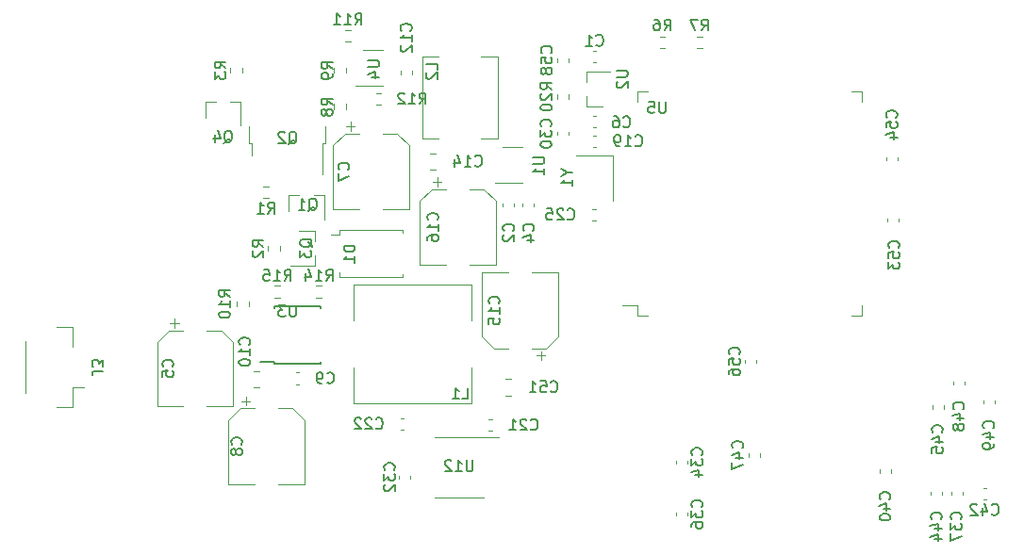
<source format=gbr>
%TF.GenerationSoftware,KiCad,Pcbnew,(5.1.10)-1*%
%TF.CreationDate,2021-12-06T13:08:08+08:00*%
%TF.ProjectId,project,70726f6a-6563-4742-9e6b-696361645f70,1.0.1*%
%TF.SameCoordinates,Original*%
%TF.FileFunction,Legend,Bot*%
%TF.FilePolarity,Positive*%
%FSLAX46Y46*%
G04 Gerber Fmt 4.6, Leading zero omitted, Abs format (unit mm)*
G04 Created by KiCad (PCBNEW (5.1.10)-1) date 2021-12-06 13:08:08*
%MOMM*%
%LPD*%
G01*
G04 APERTURE LIST*
%ADD10C,0.120000*%
%ADD11C,0.150000*%
G04 APERTURE END LIST*
D10*
%TO.C,C58*%
X153090000Y-74565580D02*
X153090000Y-74284420D01*
X154110000Y-74565580D02*
X154110000Y-74284420D01*
%TO.C,C56*%
X171010000Y-101334420D02*
X171010000Y-101615580D01*
X169990000Y-101334420D02*
X169990000Y-101615580D01*
%TO.C,C54*%
X182690000Y-83415580D02*
X182690000Y-83134420D01*
X183710000Y-83415580D02*
X183710000Y-83134420D01*
%TO.C,C53*%
X182790000Y-88915580D02*
X182790000Y-88634420D01*
X183810000Y-88915580D02*
X183810000Y-88634420D01*
%TO.C,C51*%
X148438748Y-103065000D02*
X148961252Y-103065000D01*
X148438748Y-104535000D02*
X148961252Y-104535000D01*
%TO.C,Y1*%
X158150000Y-83000000D02*
X158150000Y-87000000D01*
X154850000Y-83000000D02*
X158150000Y-83000000D01*
%TO.C,U12*%
X144300000Y-108265000D02*
X147900000Y-108265000D01*
X144300000Y-108265000D02*
X142100000Y-108265000D01*
X144300000Y-113735000D02*
X146500000Y-113735000D01*
X144300000Y-113735000D02*
X142100000Y-113735000D01*
%TO.C,U5*%
X160290000Y-96460000D02*
X159000000Y-96460000D01*
X160290000Y-97410000D02*
X160290000Y-96460000D01*
X161240000Y-97410000D02*
X160290000Y-97410000D01*
X180510000Y-97410000D02*
X180510000Y-96460000D01*
X179560000Y-97410000D02*
X180510000Y-97410000D01*
X160290000Y-77190000D02*
X160290000Y-78140000D01*
X161240000Y-77190000D02*
X160290000Y-77190000D01*
X180510000Y-77190000D02*
X180510000Y-78140000D01*
X179560000Y-77190000D02*
X180510000Y-77190000D01*
%TO.C,U4*%
X137500000Y-76740000D02*
X135050000Y-76740000D01*
X135700000Y-73520000D02*
X137500000Y-73520000D01*
D11*
%TO.C,U3*%
X127725000Y-101475000D02*
X126425000Y-101475000D01*
X127725000Y-96525000D02*
X131875000Y-96525000D01*
X127725000Y-101675000D02*
X131875000Y-101675000D01*
X127725000Y-96525000D02*
X127725000Y-96725000D01*
X131875000Y-96525000D02*
X131875000Y-96725000D01*
X131875000Y-101675000D02*
X131875000Y-101475000D01*
X127725000Y-101675000D02*
X127725000Y-101475000D01*
D10*
%TO.C,U2*%
X155740000Y-78580000D02*
X157200000Y-78580000D01*
X155740000Y-75420000D02*
X157900000Y-75420000D01*
X155740000Y-75420000D02*
X155740000Y-76350000D01*
X155740000Y-78580000D02*
X155740000Y-77650000D01*
%TO.C,U1*%
X150000000Y-85460000D02*
X147550000Y-85460000D01*
X148200000Y-82240000D02*
X150000000Y-82240000D01*
%TO.C,R20*%
X154134833Y-77453142D02*
X154134833Y-77927658D01*
X153089833Y-77453142D02*
X153089833Y-77927658D01*
%TO.C,R15*%
X128212258Y-95722500D02*
X127737742Y-95722500D01*
X128212258Y-94677500D02*
X127737742Y-94677500D01*
%TO.C,R14*%
X131962258Y-95722500D02*
X131487742Y-95722500D01*
X131962258Y-94677500D02*
X131487742Y-94677500D01*
%TO.C,R12*%
X136837742Y-77377500D02*
X137312258Y-77377500D01*
X136837742Y-78422500D02*
X137312258Y-78422500D01*
%TO.C,R11*%
X134562258Y-72722500D02*
X134087742Y-72722500D01*
X134562258Y-71677500D02*
X134087742Y-71677500D01*
%TO.C,R10*%
X124377500Y-96537258D02*
X124377500Y-96062742D01*
X125422500Y-96537258D02*
X125422500Y-96062742D01*
%TO.C,R9*%
X133077500Y-75562258D02*
X133077500Y-75087742D01*
X134122500Y-75562258D02*
X134122500Y-75087742D01*
%TO.C,R8*%
X133077500Y-78812258D02*
X133077500Y-78337742D01*
X134122500Y-78812258D02*
X134122500Y-78337742D01*
%TO.C,R7*%
X165662742Y-72277500D02*
X166137258Y-72277500D01*
X165662742Y-73322500D02*
X166137258Y-73322500D01*
%TO.C,R6*%
X162337742Y-72277500D02*
X162812258Y-72277500D01*
X162337742Y-73322500D02*
X162812258Y-73322500D01*
%TO.C,R3*%
X123777500Y-75537258D02*
X123777500Y-75062742D01*
X124822500Y-75537258D02*
X124822500Y-75062742D01*
%TO.C,R2*%
X127177500Y-91562258D02*
X127177500Y-91087742D01*
X128222500Y-91562258D02*
X128222500Y-91087742D01*
%TO.C,R1*%
X126737742Y-85777500D02*
X127212258Y-85777500D01*
X126737742Y-86822500D02*
X127212258Y-86822500D01*
%TO.C,Q4*%
X121520000Y-78140000D02*
X121520000Y-79600000D01*
X124680000Y-78140000D02*
X124680000Y-80300000D01*
X124680000Y-78140000D02*
X123750000Y-78140000D01*
X121520000Y-78140000D02*
X122450000Y-78140000D01*
%TO.C,Q3*%
X131360000Y-89720000D02*
X129900000Y-89720000D01*
X131360000Y-92880000D02*
X129200000Y-92880000D01*
X131360000Y-92880000D02*
X131360000Y-91950000D01*
X131360000Y-89720000D02*
X131360000Y-90650000D01*
%TO.C,Q2*%
X125695000Y-81845000D02*
X125695000Y-82945000D01*
X125425000Y-81845000D02*
X125695000Y-81845000D01*
X125425000Y-80345000D02*
X125425000Y-81845000D01*
X132055000Y-81845000D02*
X132055000Y-84675000D01*
X132325000Y-81845000D02*
X132055000Y-81845000D01*
X132325000Y-80345000D02*
X132325000Y-81845000D01*
%TO.C,Q1*%
X129020000Y-86540000D02*
X129020000Y-88000000D01*
X132180000Y-86540000D02*
X132180000Y-88700000D01*
X132180000Y-86540000D02*
X131250000Y-86540000D01*
X129020000Y-86540000D02*
X129950000Y-86540000D01*
%TO.C,L2*%
X141000000Y-81475000D02*
X142500000Y-81475000D01*
X141000000Y-74075000D02*
X142500000Y-74075000D01*
X141000000Y-81475000D02*
X141000000Y-74075000D01*
X147800000Y-74075000D02*
X146300000Y-74075000D01*
X147800000Y-81475000D02*
X146300000Y-81475000D01*
X147800000Y-74075000D02*
X147800000Y-81475000D01*
%TO.C,L1*%
X145400000Y-105200000D02*
X145400000Y-102000000D01*
X134800000Y-105200000D02*
X145400000Y-105200000D01*
X134800000Y-102000000D02*
X134800000Y-105200000D01*
X134800000Y-94600000D02*
X134800000Y-97800000D01*
X145400000Y-94600000D02*
X134800000Y-94600000D01*
X145400000Y-97800000D02*
X145400000Y-94600000D01*
%TO.C,J3*%
X105340000Y-104340000D02*
X105340000Y-99660000D01*
X109610000Y-98390000D02*
X109610000Y-100190000D01*
X108160000Y-98390000D02*
X109610000Y-98390000D01*
X109610000Y-103810000D02*
X110600000Y-103810000D01*
X109610000Y-105610000D02*
X109610000Y-103810000D01*
X108160000Y-105610000D02*
X109610000Y-105610000D01*
%TO.C,D1*%
X139210000Y-89950000D02*
X139210000Y-89690000D01*
X139210000Y-93910000D02*
X139210000Y-93650000D01*
X133590000Y-90100000D02*
X132800000Y-90100000D01*
X139210000Y-93910000D02*
X133590000Y-93910000D01*
X133590000Y-89690000D02*
X139210000Y-89690000D01*
X133590000Y-90100000D02*
X133590000Y-89690000D01*
X133590000Y-93910000D02*
X133590000Y-93500000D01*
%TO.C,C49*%
X192410000Y-104959420D02*
X192410000Y-105240580D01*
X191390000Y-104959420D02*
X191390000Y-105240580D01*
%TO.C,C48*%
X188690000Y-103540580D02*
X188690000Y-103259420D01*
X189710000Y-103540580D02*
X189710000Y-103259420D01*
%TO.C,C47*%
X171310000Y-109759420D02*
X171310000Y-110040580D01*
X170290000Y-109759420D02*
X170290000Y-110040580D01*
%TO.C,C45*%
X186790000Y-105715580D02*
X186790000Y-105434420D01*
X187810000Y-105715580D02*
X187810000Y-105434420D01*
%TO.C,C44*%
X187710000Y-113159420D02*
X187710000Y-113440580D01*
X186690000Y-113159420D02*
X186690000Y-113440580D01*
%TO.C,C42*%
X191359420Y-112890000D02*
X191640580Y-112890000D01*
X191359420Y-113910000D02*
X191640580Y-113910000D01*
%TO.C,C40*%
X183110000Y-111184420D02*
X183110000Y-111465580D01*
X182090000Y-111184420D02*
X182090000Y-111465580D01*
%TO.C,C37*%
X189510000Y-113159420D02*
X189510000Y-113440580D01*
X188490000Y-113159420D02*
X188490000Y-113440580D01*
%TO.C,C36*%
X163790000Y-115340580D02*
X163790000Y-115059420D01*
X164810000Y-115340580D02*
X164810000Y-115059420D01*
%TO.C,C34*%
X163790000Y-110665580D02*
X163790000Y-110384420D01*
X164810000Y-110665580D02*
X164810000Y-110384420D01*
%TO.C,C32*%
X138890000Y-112015580D02*
X138890000Y-111734420D01*
X139910000Y-112015580D02*
X139910000Y-111734420D01*
%TO.C,C30*%
X154110000Y-80859420D02*
X154110000Y-81140580D01*
X153090000Y-80859420D02*
X153090000Y-81140580D01*
%TO.C,C25*%
X156284420Y-87790000D02*
X156565580Y-87790000D01*
X156284420Y-88810000D02*
X156565580Y-88810000D01*
%TO.C,C22*%
X139315580Y-107610000D02*
X139034420Y-107610000D01*
X139315580Y-106590000D02*
X139034420Y-106590000D01*
%TO.C,C21*%
X146984420Y-106690000D02*
X147265580Y-106690000D01*
X146984420Y-107710000D02*
X147265580Y-107710000D01*
%TO.C,C19*%
X156615580Y-82210000D02*
X156334420Y-82210000D01*
X156615580Y-81190000D02*
X156334420Y-81190000D01*
%TO.C,C16*%
X141958750Y-85356250D02*
X142746250Y-85356250D01*
X142352500Y-84962500D02*
X142352500Y-85750000D01*
X146545563Y-85990000D02*
X147610000Y-87054437D01*
X141854437Y-85990000D02*
X140790000Y-87054437D01*
X141854437Y-85990000D02*
X143140000Y-85990000D01*
X146545563Y-85990000D02*
X145260000Y-85990000D01*
X147610000Y-87054437D02*
X147610000Y-92810000D01*
X140790000Y-87054437D02*
X140790000Y-92810000D01*
X140790000Y-92810000D02*
X143140000Y-92810000D01*
X147610000Y-92810000D02*
X145260000Y-92810000D01*
%TO.C,C15*%
X152041250Y-100943750D02*
X151253750Y-100943750D01*
X151647500Y-101337500D02*
X151647500Y-100550000D01*
X147454437Y-100310000D02*
X146390000Y-99245563D01*
X152145563Y-100310000D02*
X153210000Y-99245563D01*
X152145563Y-100310000D02*
X150860000Y-100310000D01*
X147454437Y-100310000D02*
X148740000Y-100310000D01*
X146390000Y-99245563D02*
X146390000Y-93490000D01*
X153210000Y-99245563D02*
X153210000Y-93490000D01*
X153210000Y-93490000D02*
X150860000Y-93490000D01*
X146390000Y-93490000D02*
X148740000Y-93490000D01*
%TO.C,C14*%
X142211252Y-84235000D02*
X141688748Y-84235000D01*
X142211252Y-82765000D02*
X141688748Y-82765000D01*
%TO.C,C12*%
X140110000Y-75384420D02*
X140110000Y-75665580D01*
X139090000Y-75384420D02*
X139090000Y-75665580D01*
%TO.C,C10*%
X125888748Y-102365000D02*
X126411252Y-102365000D01*
X125888748Y-103835000D02*
X126411252Y-103835000D01*
%TO.C,C9*%
X129940580Y-103510000D02*
X129659420Y-103510000D01*
X129940580Y-102490000D02*
X129659420Y-102490000D01*
%TO.C,C8*%
X124758750Y-105056250D02*
X125546250Y-105056250D01*
X125152500Y-104662500D02*
X125152500Y-105450000D01*
X129345563Y-105690000D02*
X130410000Y-106754437D01*
X124654437Y-105690000D02*
X123590000Y-106754437D01*
X124654437Y-105690000D02*
X125940000Y-105690000D01*
X129345563Y-105690000D02*
X128060000Y-105690000D01*
X130410000Y-106754437D02*
X130410000Y-112510000D01*
X123590000Y-106754437D02*
X123590000Y-112510000D01*
X123590000Y-112510000D02*
X125940000Y-112510000D01*
X130410000Y-112510000D02*
X128060000Y-112510000D01*
%TO.C,C7*%
X134158750Y-80356250D02*
X134946250Y-80356250D01*
X134552500Y-79962500D02*
X134552500Y-80750000D01*
X138745563Y-80990000D02*
X139810000Y-82054437D01*
X134054437Y-80990000D02*
X132990000Y-82054437D01*
X134054437Y-80990000D02*
X135340000Y-80990000D01*
X138745563Y-80990000D02*
X137460000Y-80990000D01*
X139810000Y-82054437D02*
X139810000Y-87810000D01*
X132990000Y-82054437D02*
X132990000Y-87810000D01*
X132990000Y-87810000D02*
X135340000Y-87810000D01*
X139810000Y-87810000D02*
X137460000Y-87810000D01*
%TO.C,C6*%
X156615580Y-80410000D02*
X156334420Y-80410000D01*
X156615580Y-79390000D02*
X156334420Y-79390000D01*
%TO.C,C5*%
X118358750Y-98056250D02*
X119146250Y-98056250D01*
X118752500Y-97662500D02*
X118752500Y-98450000D01*
X122945563Y-98690000D02*
X124010000Y-99754437D01*
X118254437Y-98690000D02*
X117190000Y-99754437D01*
X118254437Y-98690000D02*
X119540000Y-98690000D01*
X122945563Y-98690000D02*
X121660000Y-98690000D01*
X124010000Y-99754437D02*
X124010000Y-105510000D01*
X117190000Y-99754437D02*
X117190000Y-105510000D01*
X117190000Y-105510000D02*
X119540000Y-105510000D01*
X124010000Y-105510000D02*
X121660000Y-105510000D01*
%TO.C,C4*%
X151010000Y-87284420D02*
X151010000Y-87565580D01*
X149990000Y-87284420D02*
X149990000Y-87565580D01*
%TO.C,C2*%
X149210000Y-87259420D02*
X149210000Y-87540580D01*
X148190000Y-87259420D02*
X148190000Y-87540580D01*
%TO.C,C1*%
X156615580Y-74610000D02*
X156334420Y-74610000D01*
X156615580Y-73590000D02*
X156334420Y-73590000D01*
%TO.C,C58*%
D11*
X152557142Y-73757142D02*
X152604761Y-73709523D01*
X152652380Y-73566666D01*
X152652380Y-73471428D01*
X152604761Y-73328571D01*
X152509523Y-73233333D01*
X152414285Y-73185714D01*
X152223809Y-73138095D01*
X152080952Y-73138095D01*
X151890476Y-73185714D01*
X151795238Y-73233333D01*
X151700000Y-73328571D01*
X151652380Y-73471428D01*
X151652380Y-73566666D01*
X151700000Y-73709523D01*
X151747619Y-73757142D01*
X151652380Y-74661904D02*
X151652380Y-74185714D01*
X152128571Y-74138095D01*
X152080952Y-74185714D01*
X152033333Y-74280952D01*
X152033333Y-74519047D01*
X152080952Y-74614285D01*
X152128571Y-74661904D01*
X152223809Y-74709523D01*
X152461904Y-74709523D01*
X152557142Y-74661904D01*
X152604761Y-74614285D01*
X152652380Y-74519047D01*
X152652380Y-74280952D01*
X152604761Y-74185714D01*
X152557142Y-74138095D01*
X152080952Y-75280952D02*
X152033333Y-75185714D01*
X151985714Y-75138095D01*
X151890476Y-75090476D01*
X151842857Y-75090476D01*
X151747619Y-75138095D01*
X151700000Y-75185714D01*
X151652380Y-75280952D01*
X151652380Y-75471428D01*
X151700000Y-75566666D01*
X151747619Y-75614285D01*
X151842857Y-75661904D01*
X151890476Y-75661904D01*
X151985714Y-75614285D01*
X152033333Y-75566666D01*
X152080952Y-75471428D01*
X152080952Y-75280952D01*
X152128571Y-75185714D01*
X152176190Y-75138095D01*
X152271428Y-75090476D01*
X152461904Y-75090476D01*
X152557142Y-75138095D01*
X152604761Y-75185714D01*
X152652380Y-75280952D01*
X152652380Y-75471428D01*
X152604761Y-75566666D01*
X152557142Y-75614285D01*
X152461904Y-75661904D01*
X152271428Y-75661904D01*
X152176190Y-75614285D01*
X152128571Y-75566666D01*
X152080952Y-75471428D01*
%TO.C,C56*%
X169427142Y-100832142D02*
X169474761Y-100784523D01*
X169522380Y-100641666D01*
X169522380Y-100546428D01*
X169474761Y-100403571D01*
X169379523Y-100308333D01*
X169284285Y-100260714D01*
X169093809Y-100213095D01*
X168950952Y-100213095D01*
X168760476Y-100260714D01*
X168665238Y-100308333D01*
X168570000Y-100403571D01*
X168522380Y-100546428D01*
X168522380Y-100641666D01*
X168570000Y-100784523D01*
X168617619Y-100832142D01*
X168522380Y-101736904D02*
X168522380Y-101260714D01*
X168998571Y-101213095D01*
X168950952Y-101260714D01*
X168903333Y-101355952D01*
X168903333Y-101594047D01*
X168950952Y-101689285D01*
X168998571Y-101736904D01*
X169093809Y-101784523D01*
X169331904Y-101784523D01*
X169427142Y-101736904D01*
X169474761Y-101689285D01*
X169522380Y-101594047D01*
X169522380Y-101355952D01*
X169474761Y-101260714D01*
X169427142Y-101213095D01*
X168522380Y-102641666D02*
X168522380Y-102451190D01*
X168570000Y-102355952D01*
X168617619Y-102308333D01*
X168760476Y-102213095D01*
X168950952Y-102165476D01*
X169331904Y-102165476D01*
X169427142Y-102213095D01*
X169474761Y-102260714D01*
X169522380Y-102355952D01*
X169522380Y-102546428D01*
X169474761Y-102641666D01*
X169427142Y-102689285D01*
X169331904Y-102736904D01*
X169093809Y-102736904D01*
X168998571Y-102689285D01*
X168950952Y-102641666D01*
X168903333Y-102546428D01*
X168903333Y-102355952D01*
X168950952Y-102260714D01*
X168998571Y-102213095D01*
X169093809Y-102165476D01*
%TO.C,C54*%
X183557142Y-79557142D02*
X183604761Y-79509523D01*
X183652380Y-79366666D01*
X183652380Y-79271428D01*
X183604761Y-79128571D01*
X183509523Y-79033333D01*
X183414285Y-78985714D01*
X183223809Y-78938095D01*
X183080952Y-78938095D01*
X182890476Y-78985714D01*
X182795238Y-79033333D01*
X182700000Y-79128571D01*
X182652380Y-79271428D01*
X182652380Y-79366666D01*
X182700000Y-79509523D01*
X182747619Y-79557142D01*
X182652380Y-80461904D02*
X182652380Y-79985714D01*
X183128571Y-79938095D01*
X183080952Y-79985714D01*
X183033333Y-80080952D01*
X183033333Y-80319047D01*
X183080952Y-80414285D01*
X183128571Y-80461904D01*
X183223809Y-80509523D01*
X183461904Y-80509523D01*
X183557142Y-80461904D01*
X183604761Y-80414285D01*
X183652380Y-80319047D01*
X183652380Y-80080952D01*
X183604761Y-79985714D01*
X183557142Y-79938095D01*
X182985714Y-81366666D02*
X183652380Y-81366666D01*
X182604761Y-81128571D02*
X183319047Y-80890476D01*
X183319047Y-81509523D01*
%TO.C,C53*%
X183757142Y-91257142D02*
X183804761Y-91209523D01*
X183852380Y-91066666D01*
X183852380Y-90971428D01*
X183804761Y-90828571D01*
X183709523Y-90733333D01*
X183614285Y-90685714D01*
X183423809Y-90638095D01*
X183280952Y-90638095D01*
X183090476Y-90685714D01*
X182995238Y-90733333D01*
X182900000Y-90828571D01*
X182852380Y-90971428D01*
X182852380Y-91066666D01*
X182900000Y-91209523D01*
X182947619Y-91257142D01*
X182852380Y-92161904D02*
X182852380Y-91685714D01*
X183328571Y-91638095D01*
X183280952Y-91685714D01*
X183233333Y-91780952D01*
X183233333Y-92019047D01*
X183280952Y-92114285D01*
X183328571Y-92161904D01*
X183423809Y-92209523D01*
X183661904Y-92209523D01*
X183757142Y-92161904D01*
X183804761Y-92114285D01*
X183852380Y-92019047D01*
X183852380Y-91780952D01*
X183804761Y-91685714D01*
X183757142Y-91638095D01*
X182852380Y-92542857D02*
X182852380Y-93161904D01*
X183233333Y-92828571D01*
X183233333Y-92971428D01*
X183280952Y-93066666D01*
X183328571Y-93114285D01*
X183423809Y-93161904D01*
X183661904Y-93161904D01*
X183757142Y-93114285D01*
X183804761Y-93066666D01*
X183852380Y-92971428D01*
X183852380Y-92685714D01*
X183804761Y-92590476D01*
X183757142Y-92542857D01*
%TO.C,C51*%
X152542857Y-104157142D02*
X152590476Y-104204761D01*
X152733333Y-104252380D01*
X152828571Y-104252380D01*
X152971428Y-104204761D01*
X153066666Y-104109523D01*
X153114285Y-104014285D01*
X153161904Y-103823809D01*
X153161904Y-103680952D01*
X153114285Y-103490476D01*
X153066666Y-103395238D01*
X152971428Y-103300000D01*
X152828571Y-103252380D01*
X152733333Y-103252380D01*
X152590476Y-103300000D01*
X152542857Y-103347619D01*
X151638095Y-103252380D02*
X152114285Y-103252380D01*
X152161904Y-103728571D01*
X152114285Y-103680952D01*
X152019047Y-103633333D01*
X151780952Y-103633333D01*
X151685714Y-103680952D01*
X151638095Y-103728571D01*
X151590476Y-103823809D01*
X151590476Y-104061904D01*
X151638095Y-104157142D01*
X151685714Y-104204761D01*
X151780952Y-104252380D01*
X152019047Y-104252380D01*
X152114285Y-104204761D01*
X152161904Y-104157142D01*
X150638095Y-104252380D02*
X151209523Y-104252380D01*
X150923809Y-104252380D02*
X150923809Y-103252380D01*
X151019047Y-103395238D01*
X151114285Y-103490476D01*
X151209523Y-103538095D01*
%TO.C,Y1*%
X154026190Y-84523809D02*
X154502380Y-84523809D01*
X153502380Y-84190476D02*
X154026190Y-84523809D01*
X153502380Y-84857142D01*
X154502380Y-85714285D02*
X154502380Y-85142857D01*
X154502380Y-85428571D02*
X153502380Y-85428571D01*
X153645238Y-85333333D01*
X153740476Y-85238095D01*
X153788095Y-85142857D01*
%TO.C,U12*%
X145538095Y-110352380D02*
X145538095Y-111161904D01*
X145490476Y-111257142D01*
X145442857Y-111304761D01*
X145347619Y-111352380D01*
X145157142Y-111352380D01*
X145061904Y-111304761D01*
X145014285Y-111257142D01*
X144966666Y-111161904D01*
X144966666Y-110352380D01*
X143966666Y-111352380D02*
X144538095Y-111352380D01*
X144252380Y-111352380D02*
X144252380Y-110352380D01*
X144347619Y-110495238D01*
X144442857Y-110590476D01*
X144538095Y-110638095D01*
X143585714Y-110447619D02*
X143538095Y-110400000D01*
X143442857Y-110352380D01*
X143204761Y-110352380D01*
X143109523Y-110400000D01*
X143061904Y-110447619D01*
X143014285Y-110542857D01*
X143014285Y-110638095D01*
X143061904Y-110780952D01*
X143633333Y-111352380D01*
X143014285Y-111352380D01*
%TO.C,U5*%
X162861904Y-78152380D02*
X162861904Y-78961904D01*
X162814285Y-79057142D01*
X162766666Y-79104761D01*
X162671428Y-79152380D01*
X162480952Y-79152380D01*
X162385714Y-79104761D01*
X162338095Y-79057142D01*
X162290476Y-78961904D01*
X162290476Y-78152380D01*
X161338095Y-78152380D02*
X161814285Y-78152380D01*
X161861904Y-78628571D01*
X161814285Y-78580952D01*
X161719047Y-78533333D01*
X161480952Y-78533333D01*
X161385714Y-78580952D01*
X161338095Y-78628571D01*
X161290476Y-78723809D01*
X161290476Y-78961904D01*
X161338095Y-79057142D01*
X161385714Y-79104761D01*
X161480952Y-79152380D01*
X161719047Y-79152380D01*
X161814285Y-79104761D01*
X161861904Y-79057142D01*
%TO.C,U4*%
X136152380Y-74438095D02*
X136961904Y-74438095D01*
X137057142Y-74485714D01*
X137104761Y-74533333D01*
X137152380Y-74628571D01*
X137152380Y-74819047D01*
X137104761Y-74914285D01*
X137057142Y-74961904D01*
X136961904Y-75009523D01*
X136152380Y-75009523D01*
X136485714Y-75914285D02*
X137152380Y-75914285D01*
X136104761Y-75676190D02*
X136819047Y-75438095D01*
X136819047Y-76057142D01*
%TO.C,U3*%
X129661904Y-96452380D02*
X129661904Y-97261904D01*
X129614285Y-97357142D01*
X129566666Y-97404761D01*
X129471428Y-97452380D01*
X129280952Y-97452380D01*
X129185714Y-97404761D01*
X129138095Y-97357142D01*
X129090476Y-97261904D01*
X129090476Y-96452380D01*
X128709523Y-96452380D02*
X128090476Y-96452380D01*
X128423809Y-96833333D01*
X128280952Y-96833333D01*
X128185714Y-96880952D01*
X128138095Y-96928571D01*
X128090476Y-97023809D01*
X128090476Y-97261904D01*
X128138095Y-97357142D01*
X128185714Y-97404761D01*
X128280952Y-97452380D01*
X128566666Y-97452380D01*
X128661904Y-97404761D01*
X128709523Y-97357142D01*
%TO.C,U2*%
X158452380Y-75338095D02*
X159261904Y-75338095D01*
X159357142Y-75385714D01*
X159404761Y-75433333D01*
X159452380Y-75528571D01*
X159452380Y-75719047D01*
X159404761Y-75814285D01*
X159357142Y-75861904D01*
X159261904Y-75909523D01*
X158452380Y-75909523D01*
X158547619Y-76338095D02*
X158500000Y-76385714D01*
X158452380Y-76480952D01*
X158452380Y-76719047D01*
X158500000Y-76814285D01*
X158547619Y-76861904D01*
X158642857Y-76909523D01*
X158738095Y-76909523D01*
X158880952Y-76861904D01*
X159452380Y-76290476D01*
X159452380Y-76909523D01*
%TO.C,U1*%
X150952380Y-83138095D02*
X151761904Y-83138095D01*
X151857142Y-83185714D01*
X151904761Y-83233333D01*
X151952380Y-83328571D01*
X151952380Y-83519047D01*
X151904761Y-83614285D01*
X151857142Y-83661904D01*
X151761904Y-83709523D01*
X150952380Y-83709523D01*
X151952380Y-84709523D02*
X151952380Y-84138095D01*
X151952380Y-84423809D02*
X150952380Y-84423809D01*
X151095238Y-84328571D01*
X151190476Y-84233333D01*
X151238095Y-84138095D01*
%TO.C,R20*%
X152634713Y-77047542D02*
X152158523Y-76714209D01*
X152634713Y-76476114D02*
X151634713Y-76476114D01*
X151634713Y-76857066D01*
X151682333Y-76952304D01*
X151729952Y-76999923D01*
X151825190Y-77047542D01*
X151968047Y-77047542D01*
X152063285Y-76999923D01*
X152110904Y-76952304D01*
X152158523Y-76857066D01*
X152158523Y-76476114D01*
X151729952Y-77428495D02*
X151682333Y-77476114D01*
X151634713Y-77571352D01*
X151634713Y-77809447D01*
X151682333Y-77904685D01*
X151729952Y-77952304D01*
X151825190Y-77999923D01*
X151920428Y-77999923D01*
X152063285Y-77952304D01*
X152634713Y-77380876D01*
X152634713Y-77999923D01*
X151634713Y-78618971D02*
X151634713Y-78714209D01*
X151682333Y-78809447D01*
X151729952Y-78857066D01*
X151825190Y-78904685D01*
X152015666Y-78952304D01*
X152253761Y-78952304D01*
X152444237Y-78904685D01*
X152539475Y-78857066D01*
X152587094Y-78809447D01*
X152634713Y-78714209D01*
X152634713Y-78618971D01*
X152587094Y-78523733D01*
X152539475Y-78476114D01*
X152444237Y-78428495D01*
X152253761Y-78380876D01*
X152015666Y-78380876D01*
X151825190Y-78428495D01*
X151729952Y-78476114D01*
X151682333Y-78523733D01*
X151634713Y-78618971D01*
%TO.C,R15*%
X128617857Y-94222380D02*
X128951190Y-93746190D01*
X129189285Y-94222380D02*
X129189285Y-93222380D01*
X128808333Y-93222380D01*
X128713095Y-93270000D01*
X128665476Y-93317619D01*
X128617857Y-93412857D01*
X128617857Y-93555714D01*
X128665476Y-93650952D01*
X128713095Y-93698571D01*
X128808333Y-93746190D01*
X129189285Y-93746190D01*
X127665476Y-94222380D02*
X128236904Y-94222380D01*
X127951190Y-94222380D02*
X127951190Y-93222380D01*
X128046428Y-93365238D01*
X128141666Y-93460476D01*
X128236904Y-93508095D01*
X126760714Y-93222380D02*
X127236904Y-93222380D01*
X127284523Y-93698571D01*
X127236904Y-93650952D01*
X127141666Y-93603333D01*
X126903571Y-93603333D01*
X126808333Y-93650952D01*
X126760714Y-93698571D01*
X126713095Y-93793809D01*
X126713095Y-94031904D01*
X126760714Y-94127142D01*
X126808333Y-94174761D01*
X126903571Y-94222380D01*
X127141666Y-94222380D01*
X127236904Y-94174761D01*
X127284523Y-94127142D01*
%TO.C,R14*%
X132367857Y-94222380D02*
X132701190Y-93746190D01*
X132939285Y-94222380D02*
X132939285Y-93222380D01*
X132558333Y-93222380D01*
X132463095Y-93270000D01*
X132415476Y-93317619D01*
X132367857Y-93412857D01*
X132367857Y-93555714D01*
X132415476Y-93650952D01*
X132463095Y-93698571D01*
X132558333Y-93746190D01*
X132939285Y-93746190D01*
X131415476Y-94222380D02*
X131986904Y-94222380D01*
X131701190Y-94222380D02*
X131701190Y-93222380D01*
X131796428Y-93365238D01*
X131891666Y-93460476D01*
X131986904Y-93508095D01*
X130558333Y-93555714D02*
X130558333Y-94222380D01*
X130796428Y-93174761D02*
X131034523Y-93889047D01*
X130415476Y-93889047D01*
%TO.C,R12*%
X140742857Y-78352380D02*
X141076190Y-77876190D01*
X141314285Y-78352380D02*
X141314285Y-77352380D01*
X140933333Y-77352380D01*
X140838095Y-77400000D01*
X140790476Y-77447619D01*
X140742857Y-77542857D01*
X140742857Y-77685714D01*
X140790476Y-77780952D01*
X140838095Y-77828571D01*
X140933333Y-77876190D01*
X141314285Y-77876190D01*
X139790476Y-78352380D02*
X140361904Y-78352380D01*
X140076190Y-78352380D02*
X140076190Y-77352380D01*
X140171428Y-77495238D01*
X140266666Y-77590476D01*
X140361904Y-77638095D01*
X139409523Y-77447619D02*
X139361904Y-77400000D01*
X139266666Y-77352380D01*
X139028571Y-77352380D01*
X138933333Y-77400000D01*
X138885714Y-77447619D01*
X138838095Y-77542857D01*
X138838095Y-77638095D01*
X138885714Y-77780952D01*
X139457142Y-78352380D01*
X138838095Y-78352380D01*
%TO.C,R11*%
X134967857Y-71222380D02*
X135301190Y-70746190D01*
X135539285Y-71222380D02*
X135539285Y-70222380D01*
X135158333Y-70222380D01*
X135063095Y-70270000D01*
X135015476Y-70317619D01*
X134967857Y-70412857D01*
X134967857Y-70555714D01*
X135015476Y-70650952D01*
X135063095Y-70698571D01*
X135158333Y-70746190D01*
X135539285Y-70746190D01*
X134015476Y-71222380D02*
X134586904Y-71222380D01*
X134301190Y-71222380D02*
X134301190Y-70222380D01*
X134396428Y-70365238D01*
X134491666Y-70460476D01*
X134586904Y-70508095D01*
X133063095Y-71222380D02*
X133634523Y-71222380D01*
X133348809Y-71222380D02*
X133348809Y-70222380D01*
X133444047Y-70365238D01*
X133539285Y-70460476D01*
X133634523Y-70508095D01*
%TO.C,R10*%
X123752380Y-95657142D02*
X123276190Y-95323809D01*
X123752380Y-95085714D02*
X122752380Y-95085714D01*
X122752380Y-95466666D01*
X122800000Y-95561904D01*
X122847619Y-95609523D01*
X122942857Y-95657142D01*
X123085714Y-95657142D01*
X123180952Y-95609523D01*
X123228571Y-95561904D01*
X123276190Y-95466666D01*
X123276190Y-95085714D01*
X123752380Y-96609523D02*
X123752380Y-96038095D01*
X123752380Y-96323809D02*
X122752380Y-96323809D01*
X122895238Y-96228571D01*
X122990476Y-96133333D01*
X123038095Y-96038095D01*
X122752380Y-97228571D02*
X122752380Y-97323809D01*
X122800000Y-97419047D01*
X122847619Y-97466666D01*
X122942857Y-97514285D01*
X123133333Y-97561904D01*
X123371428Y-97561904D01*
X123561904Y-97514285D01*
X123657142Y-97466666D01*
X123704761Y-97419047D01*
X123752380Y-97323809D01*
X123752380Y-97228571D01*
X123704761Y-97133333D01*
X123657142Y-97085714D01*
X123561904Y-97038095D01*
X123371428Y-96990476D01*
X123133333Y-96990476D01*
X122942857Y-97038095D01*
X122847619Y-97085714D01*
X122800000Y-97133333D01*
X122752380Y-97228571D01*
%TO.C,R9*%
X132952380Y-75158333D02*
X132476190Y-74825000D01*
X132952380Y-74586904D02*
X131952380Y-74586904D01*
X131952380Y-74967857D01*
X132000000Y-75063095D01*
X132047619Y-75110714D01*
X132142857Y-75158333D01*
X132285714Y-75158333D01*
X132380952Y-75110714D01*
X132428571Y-75063095D01*
X132476190Y-74967857D01*
X132476190Y-74586904D01*
X132952380Y-75634523D02*
X132952380Y-75825000D01*
X132904761Y-75920238D01*
X132857142Y-75967857D01*
X132714285Y-76063095D01*
X132523809Y-76110714D01*
X132142857Y-76110714D01*
X132047619Y-76063095D01*
X132000000Y-76015476D01*
X131952380Y-75920238D01*
X131952380Y-75729761D01*
X132000000Y-75634523D01*
X132047619Y-75586904D01*
X132142857Y-75539285D01*
X132380952Y-75539285D01*
X132476190Y-75586904D01*
X132523809Y-75634523D01*
X132571428Y-75729761D01*
X132571428Y-75920238D01*
X132523809Y-76015476D01*
X132476190Y-76063095D01*
X132380952Y-76110714D01*
%TO.C,R8*%
X132952380Y-78433333D02*
X132476190Y-78100000D01*
X132952380Y-77861904D02*
X131952380Y-77861904D01*
X131952380Y-78242857D01*
X132000000Y-78338095D01*
X132047619Y-78385714D01*
X132142857Y-78433333D01*
X132285714Y-78433333D01*
X132380952Y-78385714D01*
X132428571Y-78338095D01*
X132476190Y-78242857D01*
X132476190Y-77861904D01*
X132380952Y-79004761D02*
X132333333Y-78909523D01*
X132285714Y-78861904D01*
X132190476Y-78814285D01*
X132142857Y-78814285D01*
X132047619Y-78861904D01*
X132000000Y-78909523D01*
X131952380Y-79004761D01*
X131952380Y-79195238D01*
X132000000Y-79290476D01*
X132047619Y-79338095D01*
X132142857Y-79385714D01*
X132190476Y-79385714D01*
X132285714Y-79338095D01*
X132333333Y-79290476D01*
X132380952Y-79195238D01*
X132380952Y-79004761D01*
X132428571Y-78909523D01*
X132476190Y-78861904D01*
X132571428Y-78814285D01*
X132761904Y-78814285D01*
X132857142Y-78861904D01*
X132904761Y-78909523D01*
X132952380Y-79004761D01*
X132952380Y-79195238D01*
X132904761Y-79290476D01*
X132857142Y-79338095D01*
X132761904Y-79385714D01*
X132571428Y-79385714D01*
X132476190Y-79338095D01*
X132428571Y-79290476D01*
X132380952Y-79195238D01*
%TO.C,R7*%
X166066666Y-71752380D02*
X166400000Y-71276190D01*
X166638095Y-71752380D02*
X166638095Y-70752380D01*
X166257142Y-70752380D01*
X166161904Y-70800000D01*
X166114285Y-70847619D01*
X166066666Y-70942857D01*
X166066666Y-71085714D01*
X166114285Y-71180952D01*
X166161904Y-71228571D01*
X166257142Y-71276190D01*
X166638095Y-71276190D01*
X165733333Y-70752380D02*
X165066666Y-70752380D01*
X165495238Y-71752380D01*
%TO.C,R6*%
X162741666Y-71752380D02*
X163075000Y-71276190D01*
X163313095Y-71752380D02*
X163313095Y-70752380D01*
X162932142Y-70752380D01*
X162836904Y-70800000D01*
X162789285Y-70847619D01*
X162741666Y-70942857D01*
X162741666Y-71085714D01*
X162789285Y-71180952D01*
X162836904Y-71228571D01*
X162932142Y-71276190D01*
X163313095Y-71276190D01*
X161884523Y-70752380D02*
X162075000Y-70752380D01*
X162170238Y-70800000D01*
X162217857Y-70847619D01*
X162313095Y-70990476D01*
X162360714Y-71180952D01*
X162360714Y-71561904D01*
X162313095Y-71657142D01*
X162265476Y-71704761D01*
X162170238Y-71752380D01*
X161979761Y-71752380D01*
X161884523Y-71704761D01*
X161836904Y-71657142D01*
X161789285Y-71561904D01*
X161789285Y-71323809D01*
X161836904Y-71228571D01*
X161884523Y-71180952D01*
X161979761Y-71133333D01*
X162170238Y-71133333D01*
X162265476Y-71180952D01*
X162313095Y-71228571D01*
X162360714Y-71323809D01*
%TO.C,R3*%
X123352380Y-75133333D02*
X122876190Y-74800000D01*
X123352380Y-74561904D02*
X122352380Y-74561904D01*
X122352380Y-74942857D01*
X122400000Y-75038095D01*
X122447619Y-75085714D01*
X122542857Y-75133333D01*
X122685714Y-75133333D01*
X122780952Y-75085714D01*
X122828571Y-75038095D01*
X122876190Y-74942857D01*
X122876190Y-74561904D01*
X122352380Y-75466666D02*
X122352380Y-76085714D01*
X122733333Y-75752380D01*
X122733333Y-75895238D01*
X122780952Y-75990476D01*
X122828571Y-76038095D01*
X122923809Y-76085714D01*
X123161904Y-76085714D01*
X123257142Y-76038095D01*
X123304761Y-75990476D01*
X123352380Y-75895238D01*
X123352380Y-75609523D01*
X123304761Y-75514285D01*
X123257142Y-75466666D01*
%TO.C,R2*%
X126752380Y-91158333D02*
X126276190Y-90825000D01*
X126752380Y-90586904D02*
X125752380Y-90586904D01*
X125752380Y-90967857D01*
X125800000Y-91063095D01*
X125847619Y-91110714D01*
X125942857Y-91158333D01*
X126085714Y-91158333D01*
X126180952Y-91110714D01*
X126228571Y-91063095D01*
X126276190Y-90967857D01*
X126276190Y-90586904D01*
X125847619Y-91539285D02*
X125800000Y-91586904D01*
X125752380Y-91682142D01*
X125752380Y-91920238D01*
X125800000Y-92015476D01*
X125847619Y-92063095D01*
X125942857Y-92110714D01*
X126038095Y-92110714D01*
X126180952Y-92063095D01*
X126752380Y-91491666D01*
X126752380Y-92110714D01*
%TO.C,R1*%
X127141666Y-88182380D02*
X127475000Y-87706190D01*
X127713095Y-88182380D02*
X127713095Y-87182380D01*
X127332142Y-87182380D01*
X127236904Y-87230000D01*
X127189285Y-87277619D01*
X127141666Y-87372857D01*
X127141666Y-87515714D01*
X127189285Y-87610952D01*
X127236904Y-87658571D01*
X127332142Y-87706190D01*
X127713095Y-87706190D01*
X126189285Y-88182380D02*
X126760714Y-88182380D01*
X126475000Y-88182380D02*
X126475000Y-87182380D01*
X126570238Y-87325238D01*
X126665476Y-87420476D01*
X126760714Y-87468095D01*
%TO.C,Q4*%
X123195238Y-81847619D02*
X123290476Y-81800000D01*
X123385714Y-81704761D01*
X123528571Y-81561904D01*
X123623809Y-81514285D01*
X123719047Y-81514285D01*
X123671428Y-81752380D02*
X123766666Y-81704761D01*
X123861904Y-81609523D01*
X123909523Y-81419047D01*
X123909523Y-81085714D01*
X123861904Y-80895238D01*
X123766666Y-80800000D01*
X123671428Y-80752380D01*
X123480952Y-80752380D01*
X123385714Y-80800000D01*
X123290476Y-80895238D01*
X123242857Y-81085714D01*
X123242857Y-81419047D01*
X123290476Y-81609523D01*
X123385714Y-81704761D01*
X123480952Y-81752380D01*
X123671428Y-81752380D01*
X122385714Y-81085714D02*
X122385714Y-81752380D01*
X122623809Y-80704761D02*
X122861904Y-81419047D01*
X122242857Y-81419047D01*
%TO.C,Q3*%
X131147619Y-91204761D02*
X131100000Y-91109523D01*
X131004761Y-91014285D01*
X130861904Y-90871428D01*
X130814285Y-90776190D01*
X130814285Y-90680952D01*
X131052380Y-90728571D02*
X131004761Y-90633333D01*
X130909523Y-90538095D01*
X130719047Y-90490476D01*
X130385714Y-90490476D01*
X130195238Y-90538095D01*
X130100000Y-90633333D01*
X130052380Y-90728571D01*
X130052380Y-90919047D01*
X130100000Y-91014285D01*
X130195238Y-91109523D01*
X130385714Y-91157142D01*
X130719047Y-91157142D01*
X130909523Y-91109523D01*
X131004761Y-91014285D01*
X131052380Y-90919047D01*
X131052380Y-90728571D01*
X130052380Y-91490476D02*
X130052380Y-92109523D01*
X130433333Y-91776190D01*
X130433333Y-91919047D01*
X130480952Y-92014285D01*
X130528571Y-92061904D01*
X130623809Y-92109523D01*
X130861904Y-92109523D01*
X130957142Y-92061904D01*
X131004761Y-92014285D01*
X131052380Y-91919047D01*
X131052380Y-91633333D01*
X131004761Y-91538095D01*
X130957142Y-91490476D01*
%TO.C,Q2*%
X128995238Y-81947619D02*
X129090476Y-81900000D01*
X129185714Y-81804761D01*
X129328571Y-81661904D01*
X129423809Y-81614285D01*
X129519047Y-81614285D01*
X129471428Y-81852380D02*
X129566666Y-81804761D01*
X129661904Y-81709523D01*
X129709523Y-81519047D01*
X129709523Y-81185714D01*
X129661904Y-80995238D01*
X129566666Y-80900000D01*
X129471428Y-80852380D01*
X129280952Y-80852380D01*
X129185714Y-80900000D01*
X129090476Y-80995238D01*
X129042857Y-81185714D01*
X129042857Y-81519047D01*
X129090476Y-81709523D01*
X129185714Y-81804761D01*
X129280952Y-81852380D01*
X129471428Y-81852380D01*
X128661904Y-80947619D02*
X128614285Y-80900000D01*
X128519047Y-80852380D01*
X128280952Y-80852380D01*
X128185714Y-80900000D01*
X128138095Y-80947619D01*
X128090476Y-81042857D01*
X128090476Y-81138095D01*
X128138095Y-81280952D01*
X128709523Y-81852380D01*
X128090476Y-81852380D01*
%TO.C,Q1*%
X130795238Y-87947619D02*
X130890476Y-87900000D01*
X130985714Y-87804761D01*
X131128571Y-87661904D01*
X131223809Y-87614285D01*
X131319047Y-87614285D01*
X131271428Y-87852380D02*
X131366666Y-87804761D01*
X131461904Y-87709523D01*
X131509523Y-87519047D01*
X131509523Y-87185714D01*
X131461904Y-86995238D01*
X131366666Y-86900000D01*
X131271428Y-86852380D01*
X131080952Y-86852380D01*
X130985714Y-86900000D01*
X130890476Y-86995238D01*
X130842857Y-87185714D01*
X130842857Y-87519047D01*
X130890476Y-87709523D01*
X130985714Y-87804761D01*
X131080952Y-87852380D01*
X131271428Y-87852380D01*
X129890476Y-87852380D02*
X130461904Y-87852380D01*
X130176190Y-87852380D02*
X130176190Y-86852380D01*
X130271428Y-86995238D01*
X130366666Y-87090476D01*
X130461904Y-87138095D01*
%TO.C,L2*%
X142352380Y-75233333D02*
X142352380Y-74757142D01*
X141352380Y-74757142D01*
X141447619Y-75519047D02*
X141400000Y-75566666D01*
X141352380Y-75661904D01*
X141352380Y-75900000D01*
X141400000Y-75995238D01*
X141447619Y-76042857D01*
X141542857Y-76090476D01*
X141638095Y-76090476D01*
X141780952Y-76042857D01*
X142352380Y-75471428D01*
X142352380Y-76090476D01*
%TO.C,L1*%
X144566666Y-104852380D02*
X145042857Y-104852380D01*
X145042857Y-103852380D01*
X143709523Y-104852380D02*
X144280952Y-104852380D01*
X143995238Y-104852380D02*
X143995238Y-103852380D01*
X144090476Y-103995238D01*
X144185714Y-104090476D01*
X144280952Y-104138095D01*
%TO.C,J3*%
X112347619Y-102333333D02*
X111633333Y-102333333D01*
X111490476Y-102380952D01*
X111395238Y-102476190D01*
X111347619Y-102619047D01*
X111347619Y-102714285D01*
X112347619Y-101952380D02*
X112347619Y-101333333D01*
X111966666Y-101666666D01*
X111966666Y-101523809D01*
X111919047Y-101428571D01*
X111871428Y-101380952D01*
X111776190Y-101333333D01*
X111538095Y-101333333D01*
X111442857Y-101380952D01*
X111395238Y-101428571D01*
X111347619Y-101523809D01*
X111347619Y-101809523D01*
X111395238Y-101904761D01*
X111442857Y-101952380D01*
%TO.C,D1*%
X134952380Y-91061904D02*
X133952380Y-91061904D01*
X133952380Y-91300000D01*
X134000000Y-91442857D01*
X134095238Y-91538095D01*
X134190476Y-91585714D01*
X134380952Y-91633333D01*
X134523809Y-91633333D01*
X134714285Y-91585714D01*
X134809523Y-91538095D01*
X134904761Y-91442857D01*
X134952380Y-91300000D01*
X134952380Y-91061904D01*
X134952380Y-92585714D02*
X134952380Y-92014285D01*
X134952380Y-92300000D02*
X133952380Y-92300000D01*
X134095238Y-92204761D01*
X134190476Y-92109523D01*
X134238095Y-92014285D01*
%TO.C,C49*%
X192257142Y-107457142D02*
X192304761Y-107409523D01*
X192352380Y-107266666D01*
X192352380Y-107171428D01*
X192304761Y-107028571D01*
X192209523Y-106933333D01*
X192114285Y-106885714D01*
X191923809Y-106838095D01*
X191780952Y-106838095D01*
X191590476Y-106885714D01*
X191495238Y-106933333D01*
X191400000Y-107028571D01*
X191352380Y-107171428D01*
X191352380Y-107266666D01*
X191400000Y-107409523D01*
X191447619Y-107457142D01*
X191685714Y-108314285D02*
X192352380Y-108314285D01*
X191304761Y-108076190D02*
X192019047Y-107838095D01*
X192019047Y-108457142D01*
X192352380Y-108885714D02*
X192352380Y-109076190D01*
X192304761Y-109171428D01*
X192257142Y-109219047D01*
X192114285Y-109314285D01*
X191923809Y-109361904D01*
X191542857Y-109361904D01*
X191447619Y-109314285D01*
X191400000Y-109266666D01*
X191352380Y-109171428D01*
X191352380Y-108980952D01*
X191400000Y-108885714D01*
X191447619Y-108838095D01*
X191542857Y-108790476D01*
X191780952Y-108790476D01*
X191876190Y-108838095D01*
X191923809Y-108885714D01*
X191971428Y-108980952D01*
X191971428Y-109171428D01*
X191923809Y-109266666D01*
X191876190Y-109314285D01*
X191780952Y-109361904D01*
%TO.C,C48*%
X189557142Y-105757142D02*
X189604761Y-105709523D01*
X189652380Y-105566666D01*
X189652380Y-105471428D01*
X189604761Y-105328571D01*
X189509523Y-105233333D01*
X189414285Y-105185714D01*
X189223809Y-105138095D01*
X189080952Y-105138095D01*
X188890476Y-105185714D01*
X188795238Y-105233333D01*
X188700000Y-105328571D01*
X188652380Y-105471428D01*
X188652380Y-105566666D01*
X188700000Y-105709523D01*
X188747619Y-105757142D01*
X188985714Y-106614285D02*
X189652380Y-106614285D01*
X188604761Y-106376190D02*
X189319047Y-106138095D01*
X189319047Y-106757142D01*
X189080952Y-107280952D02*
X189033333Y-107185714D01*
X188985714Y-107138095D01*
X188890476Y-107090476D01*
X188842857Y-107090476D01*
X188747619Y-107138095D01*
X188700000Y-107185714D01*
X188652380Y-107280952D01*
X188652380Y-107471428D01*
X188700000Y-107566666D01*
X188747619Y-107614285D01*
X188842857Y-107661904D01*
X188890476Y-107661904D01*
X188985714Y-107614285D01*
X189033333Y-107566666D01*
X189080952Y-107471428D01*
X189080952Y-107280952D01*
X189128571Y-107185714D01*
X189176190Y-107138095D01*
X189271428Y-107090476D01*
X189461904Y-107090476D01*
X189557142Y-107138095D01*
X189604761Y-107185714D01*
X189652380Y-107280952D01*
X189652380Y-107471428D01*
X189604761Y-107566666D01*
X189557142Y-107614285D01*
X189461904Y-107661904D01*
X189271428Y-107661904D01*
X189176190Y-107614285D01*
X189128571Y-107566666D01*
X189080952Y-107471428D01*
%TO.C,C47*%
X169727142Y-109257142D02*
X169774761Y-109209523D01*
X169822380Y-109066666D01*
X169822380Y-108971428D01*
X169774761Y-108828571D01*
X169679523Y-108733333D01*
X169584285Y-108685714D01*
X169393809Y-108638095D01*
X169250952Y-108638095D01*
X169060476Y-108685714D01*
X168965238Y-108733333D01*
X168870000Y-108828571D01*
X168822380Y-108971428D01*
X168822380Y-109066666D01*
X168870000Y-109209523D01*
X168917619Y-109257142D01*
X169155714Y-110114285D02*
X169822380Y-110114285D01*
X168774761Y-109876190D02*
X169489047Y-109638095D01*
X169489047Y-110257142D01*
X168822380Y-110542857D02*
X168822380Y-111209523D01*
X169822380Y-110780952D01*
%TO.C,C45*%
X187657142Y-107832142D02*
X187704761Y-107784523D01*
X187752380Y-107641666D01*
X187752380Y-107546428D01*
X187704761Y-107403571D01*
X187609523Y-107308333D01*
X187514285Y-107260714D01*
X187323809Y-107213095D01*
X187180952Y-107213095D01*
X186990476Y-107260714D01*
X186895238Y-107308333D01*
X186800000Y-107403571D01*
X186752380Y-107546428D01*
X186752380Y-107641666D01*
X186800000Y-107784523D01*
X186847619Y-107832142D01*
X187085714Y-108689285D02*
X187752380Y-108689285D01*
X186704761Y-108451190D02*
X187419047Y-108213095D01*
X187419047Y-108832142D01*
X186752380Y-109689285D02*
X186752380Y-109213095D01*
X187228571Y-109165476D01*
X187180952Y-109213095D01*
X187133333Y-109308333D01*
X187133333Y-109546428D01*
X187180952Y-109641666D01*
X187228571Y-109689285D01*
X187323809Y-109736904D01*
X187561904Y-109736904D01*
X187657142Y-109689285D01*
X187704761Y-109641666D01*
X187752380Y-109546428D01*
X187752380Y-109308333D01*
X187704761Y-109213095D01*
X187657142Y-109165476D01*
%TO.C,C44*%
X187557142Y-115657142D02*
X187604761Y-115609523D01*
X187652380Y-115466666D01*
X187652380Y-115371428D01*
X187604761Y-115228571D01*
X187509523Y-115133333D01*
X187414285Y-115085714D01*
X187223809Y-115038095D01*
X187080952Y-115038095D01*
X186890476Y-115085714D01*
X186795238Y-115133333D01*
X186700000Y-115228571D01*
X186652380Y-115371428D01*
X186652380Y-115466666D01*
X186700000Y-115609523D01*
X186747619Y-115657142D01*
X186985714Y-116514285D02*
X187652380Y-116514285D01*
X186604761Y-116276190D02*
X187319047Y-116038095D01*
X187319047Y-116657142D01*
X186985714Y-117466666D02*
X187652380Y-117466666D01*
X186604761Y-117228571D02*
X187319047Y-116990476D01*
X187319047Y-117609523D01*
%TO.C,C42*%
X192142857Y-115187142D02*
X192190476Y-115234761D01*
X192333333Y-115282380D01*
X192428571Y-115282380D01*
X192571428Y-115234761D01*
X192666666Y-115139523D01*
X192714285Y-115044285D01*
X192761904Y-114853809D01*
X192761904Y-114710952D01*
X192714285Y-114520476D01*
X192666666Y-114425238D01*
X192571428Y-114330000D01*
X192428571Y-114282380D01*
X192333333Y-114282380D01*
X192190476Y-114330000D01*
X192142857Y-114377619D01*
X191285714Y-114615714D02*
X191285714Y-115282380D01*
X191523809Y-114234761D02*
X191761904Y-114949047D01*
X191142857Y-114949047D01*
X190809523Y-114377619D02*
X190761904Y-114330000D01*
X190666666Y-114282380D01*
X190428571Y-114282380D01*
X190333333Y-114330000D01*
X190285714Y-114377619D01*
X190238095Y-114472857D01*
X190238095Y-114568095D01*
X190285714Y-114710952D01*
X190857142Y-115282380D01*
X190238095Y-115282380D01*
%TO.C,C40*%
X182957142Y-113857142D02*
X183004761Y-113809523D01*
X183052380Y-113666666D01*
X183052380Y-113571428D01*
X183004761Y-113428571D01*
X182909523Y-113333333D01*
X182814285Y-113285714D01*
X182623809Y-113238095D01*
X182480952Y-113238095D01*
X182290476Y-113285714D01*
X182195238Y-113333333D01*
X182100000Y-113428571D01*
X182052380Y-113571428D01*
X182052380Y-113666666D01*
X182100000Y-113809523D01*
X182147619Y-113857142D01*
X182385714Y-114714285D02*
X183052380Y-114714285D01*
X182004761Y-114476190D02*
X182719047Y-114238095D01*
X182719047Y-114857142D01*
X182052380Y-115428571D02*
X182052380Y-115523809D01*
X182100000Y-115619047D01*
X182147619Y-115666666D01*
X182242857Y-115714285D01*
X182433333Y-115761904D01*
X182671428Y-115761904D01*
X182861904Y-115714285D01*
X182957142Y-115666666D01*
X183004761Y-115619047D01*
X183052380Y-115523809D01*
X183052380Y-115428571D01*
X183004761Y-115333333D01*
X182957142Y-115285714D01*
X182861904Y-115238095D01*
X182671428Y-115190476D01*
X182433333Y-115190476D01*
X182242857Y-115238095D01*
X182147619Y-115285714D01*
X182100000Y-115333333D01*
X182052380Y-115428571D01*
%TO.C,C37*%
X189357142Y-115657142D02*
X189404761Y-115609523D01*
X189452380Y-115466666D01*
X189452380Y-115371428D01*
X189404761Y-115228571D01*
X189309523Y-115133333D01*
X189214285Y-115085714D01*
X189023809Y-115038095D01*
X188880952Y-115038095D01*
X188690476Y-115085714D01*
X188595238Y-115133333D01*
X188500000Y-115228571D01*
X188452380Y-115371428D01*
X188452380Y-115466666D01*
X188500000Y-115609523D01*
X188547619Y-115657142D01*
X188452380Y-115990476D02*
X188452380Y-116609523D01*
X188833333Y-116276190D01*
X188833333Y-116419047D01*
X188880952Y-116514285D01*
X188928571Y-116561904D01*
X189023809Y-116609523D01*
X189261904Y-116609523D01*
X189357142Y-116561904D01*
X189404761Y-116514285D01*
X189452380Y-116419047D01*
X189452380Y-116133333D01*
X189404761Y-116038095D01*
X189357142Y-115990476D01*
X188452380Y-116942857D02*
X188452380Y-117609523D01*
X189452380Y-117180952D01*
%TO.C,C36*%
X166087142Y-114557142D02*
X166134761Y-114509523D01*
X166182380Y-114366666D01*
X166182380Y-114271428D01*
X166134761Y-114128571D01*
X166039523Y-114033333D01*
X165944285Y-113985714D01*
X165753809Y-113938095D01*
X165610952Y-113938095D01*
X165420476Y-113985714D01*
X165325238Y-114033333D01*
X165230000Y-114128571D01*
X165182380Y-114271428D01*
X165182380Y-114366666D01*
X165230000Y-114509523D01*
X165277619Y-114557142D01*
X165182380Y-114890476D02*
X165182380Y-115509523D01*
X165563333Y-115176190D01*
X165563333Y-115319047D01*
X165610952Y-115414285D01*
X165658571Y-115461904D01*
X165753809Y-115509523D01*
X165991904Y-115509523D01*
X166087142Y-115461904D01*
X166134761Y-115414285D01*
X166182380Y-115319047D01*
X166182380Y-115033333D01*
X166134761Y-114938095D01*
X166087142Y-114890476D01*
X165182380Y-116366666D02*
X165182380Y-116176190D01*
X165230000Y-116080952D01*
X165277619Y-116033333D01*
X165420476Y-115938095D01*
X165610952Y-115890476D01*
X165991904Y-115890476D01*
X166087142Y-115938095D01*
X166134761Y-115985714D01*
X166182380Y-116080952D01*
X166182380Y-116271428D01*
X166134761Y-116366666D01*
X166087142Y-116414285D01*
X165991904Y-116461904D01*
X165753809Y-116461904D01*
X165658571Y-116414285D01*
X165610952Y-116366666D01*
X165563333Y-116271428D01*
X165563333Y-116080952D01*
X165610952Y-115985714D01*
X165658571Y-115938095D01*
X165753809Y-115890476D01*
%TO.C,C34*%
X166087142Y-109882142D02*
X166134761Y-109834523D01*
X166182380Y-109691666D01*
X166182380Y-109596428D01*
X166134761Y-109453571D01*
X166039523Y-109358333D01*
X165944285Y-109310714D01*
X165753809Y-109263095D01*
X165610952Y-109263095D01*
X165420476Y-109310714D01*
X165325238Y-109358333D01*
X165230000Y-109453571D01*
X165182380Y-109596428D01*
X165182380Y-109691666D01*
X165230000Y-109834523D01*
X165277619Y-109882142D01*
X165182380Y-110215476D02*
X165182380Y-110834523D01*
X165563333Y-110501190D01*
X165563333Y-110644047D01*
X165610952Y-110739285D01*
X165658571Y-110786904D01*
X165753809Y-110834523D01*
X165991904Y-110834523D01*
X166087142Y-110786904D01*
X166134761Y-110739285D01*
X166182380Y-110644047D01*
X166182380Y-110358333D01*
X166134761Y-110263095D01*
X166087142Y-110215476D01*
X165515714Y-111691666D02*
X166182380Y-111691666D01*
X165134761Y-111453571D02*
X165849047Y-111215476D01*
X165849047Y-111834523D01*
%TO.C,C32*%
X138457142Y-111232142D02*
X138504761Y-111184523D01*
X138552380Y-111041666D01*
X138552380Y-110946428D01*
X138504761Y-110803571D01*
X138409523Y-110708333D01*
X138314285Y-110660714D01*
X138123809Y-110613095D01*
X137980952Y-110613095D01*
X137790476Y-110660714D01*
X137695238Y-110708333D01*
X137600000Y-110803571D01*
X137552380Y-110946428D01*
X137552380Y-111041666D01*
X137600000Y-111184523D01*
X137647619Y-111232142D01*
X137552380Y-111565476D02*
X137552380Y-112184523D01*
X137933333Y-111851190D01*
X137933333Y-111994047D01*
X137980952Y-112089285D01*
X138028571Y-112136904D01*
X138123809Y-112184523D01*
X138361904Y-112184523D01*
X138457142Y-112136904D01*
X138504761Y-112089285D01*
X138552380Y-111994047D01*
X138552380Y-111708333D01*
X138504761Y-111613095D01*
X138457142Y-111565476D01*
X137647619Y-112565476D02*
X137600000Y-112613095D01*
X137552380Y-112708333D01*
X137552380Y-112946428D01*
X137600000Y-113041666D01*
X137647619Y-113089285D01*
X137742857Y-113136904D01*
X137838095Y-113136904D01*
X137980952Y-113089285D01*
X138552380Y-112517857D01*
X138552380Y-113136904D01*
%TO.C,C30*%
X152527142Y-80357142D02*
X152574761Y-80309523D01*
X152622380Y-80166666D01*
X152622380Y-80071428D01*
X152574761Y-79928571D01*
X152479523Y-79833333D01*
X152384285Y-79785714D01*
X152193809Y-79738095D01*
X152050952Y-79738095D01*
X151860476Y-79785714D01*
X151765238Y-79833333D01*
X151670000Y-79928571D01*
X151622380Y-80071428D01*
X151622380Y-80166666D01*
X151670000Y-80309523D01*
X151717619Y-80357142D01*
X151622380Y-80690476D02*
X151622380Y-81309523D01*
X152003333Y-80976190D01*
X152003333Y-81119047D01*
X152050952Y-81214285D01*
X152098571Y-81261904D01*
X152193809Y-81309523D01*
X152431904Y-81309523D01*
X152527142Y-81261904D01*
X152574761Y-81214285D01*
X152622380Y-81119047D01*
X152622380Y-80833333D01*
X152574761Y-80738095D01*
X152527142Y-80690476D01*
X151622380Y-81928571D02*
X151622380Y-82023809D01*
X151670000Y-82119047D01*
X151717619Y-82166666D01*
X151812857Y-82214285D01*
X152003333Y-82261904D01*
X152241428Y-82261904D01*
X152431904Y-82214285D01*
X152527142Y-82166666D01*
X152574761Y-82119047D01*
X152622380Y-82023809D01*
X152622380Y-81928571D01*
X152574761Y-81833333D01*
X152527142Y-81785714D01*
X152431904Y-81738095D01*
X152241428Y-81690476D01*
X152003333Y-81690476D01*
X151812857Y-81738095D01*
X151717619Y-81785714D01*
X151670000Y-81833333D01*
X151622380Y-81928571D01*
%TO.C,C25*%
X154042857Y-88657142D02*
X154090476Y-88704761D01*
X154233333Y-88752380D01*
X154328571Y-88752380D01*
X154471428Y-88704761D01*
X154566666Y-88609523D01*
X154614285Y-88514285D01*
X154661904Y-88323809D01*
X154661904Y-88180952D01*
X154614285Y-87990476D01*
X154566666Y-87895238D01*
X154471428Y-87800000D01*
X154328571Y-87752380D01*
X154233333Y-87752380D01*
X154090476Y-87800000D01*
X154042857Y-87847619D01*
X153661904Y-87847619D02*
X153614285Y-87800000D01*
X153519047Y-87752380D01*
X153280952Y-87752380D01*
X153185714Y-87800000D01*
X153138095Y-87847619D01*
X153090476Y-87942857D01*
X153090476Y-88038095D01*
X153138095Y-88180952D01*
X153709523Y-88752380D01*
X153090476Y-88752380D01*
X152185714Y-87752380D02*
X152661904Y-87752380D01*
X152709523Y-88228571D01*
X152661904Y-88180952D01*
X152566666Y-88133333D01*
X152328571Y-88133333D01*
X152233333Y-88180952D01*
X152185714Y-88228571D01*
X152138095Y-88323809D01*
X152138095Y-88561904D01*
X152185714Y-88657142D01*
X152233333Y-88704761D01*
X152328571Y-88752380D01*
X152566666Y-88752380D01*
X152661904Y-88704761D01*
X152709523Y-88657142D01*
%TO.C,C22*%
X136842857Y-107457142D02*
X136890476Y-107504761D01*
X137033333Y-107552380D01*
X137128571Y-107552380D01*
X137271428Y-107504761D01*
X137366666Y-107409523D01*
X137414285Y-107314285D01*
X137461904Y-107123809D01*
X137461904Y-106980952D01*
X137414285Y-106790476D01*
X137366666Y-106695238D01*
X137271428Y-106600000D01*
X137128571Y-106552380D01*
X137033333Y-106552380D01*
X136890476Y-106600000D01*
X136842857Y-106647619D01*
X136461904Y-106647619D02*
X136414285Y-106600000D01*
X136319047Y-106552380D01*
X136080952Y-106552380D01*
X135985714Y-106600000D01*
X135938095Y-106647619D01*
X135890476Y-106742857D01*
X135890476Y-106838095D01*
X135938095Y-106980952D01*
X136509523Y-107552380D01*
X135890476Y-107552380D01*
X135509523Y-106647619D02*
X135461904Y-106600000D01*
X135366666Y-106552380D01*
X135128571Y-106552380D01*
X135033333Y-106600000D01*
X134985714Y-106647619D01*
X134938095Y-106742857D01*
X134938095Y-106838095D01*
X134985714Y-106980952D01*
X135557142Y-107552380D01*
X134938095Y-107552380D01*
%TO.C,C21*%
X150742857Y-107557142D02*
X150790476Y-107604761D01*
X150933333Y-107652380D01*
X151028571Y-107652380D01*
X151171428Y-107604761D01*
X151266666Y-107509523D01*
X151314285Y-107414285D01*
X151361904Y-107223809D01*
X151361904Y-107080952D01*
X151314285Y-106890476D01*
X151266666Y-106795238D01*
X151171428Y-106700000D01*
X151028571Y-106652380D01*
X150933333Y-106652380D01*
X150790476Y-106700000D01*
X150742857Y-106747619D01*
X150361904Y-106747619D02*
X150314285Y-106700000D01*
X150219047Y-106652380D01*
X149980952Y-106652380D01*
X149885714Y-106700000D01*
X149838095Y-106747619D01*
X149790476Y-106842857D01*
X149790476Y-106938095D01*
X149838095Y-107080952D01*
X150409523Y-107652380D01*
X149790476Y-107652380D01*
X148838095Y-107652380D02*
X149409523Y-107652380D01*
X149123809Y-107652380D02*
X149123809Y-106652380D01*
X149219047Y-106795238D01*
X149314285Y-106890476D01*
X149409523Y-106938095D01*
%TO.C,C19*%
X160142857Y-82057142D02*
X160190476Y-82104761D01*
X160333333Y-82152380D01*
X160428571Y-82152380D01*
X160571428Y-82104761D01*
X160666666Y-82009523D01*
X160714285Y-81914285D01*
X160761904Y-81723809D01*
X160761904Y-81580952D01*
X160714285Y-81390476D01*
X160666666Y-81295238D01*
X160571428Y-81200000D01*
X160428571Y-81152380D01*
X160333333Y-81152380D01*
X160190476Y-81200000D01*
X160142857Y-81247619D01*
X159190476Y-82152380D02*
X159761904Y-82152380D01*
X159476190Y-82152380D02*
X159476190Y-81152380D01*
X159571428Y-81295238D01*
X159666666Y-81390476D01*
X159761904Y-81438095D01*
X158714285Y-82152380D02*
X158523809Y-82152380D01*
X158428571Y-82104761D01*
X158380952Y-82057142D01*
X158285714Y-81914285D01*
X158238095Y-81723809D01*
X158238095Y-81342857D01*
X158285714Y-81247619D01*
X158333333Y-81200000D01*
X158428571Y-81152380D01*
X158619047Y-81152380D01*
X158714285Y-81200000D01*
X158761904Y-81247619D01*
X158809523Y-81342857D01*
X158809523Y-81580952D01*
X158761904Y-81676190D01*
X158714285Y-81723809D01*
X158619047Y-81771428D01*
X158428571Y-81771428D01*
X158333333Y-81723809D01*
X158285714Y-81676190D01*
X158238095Y-81580952D01*
%TO.C,C16*%
X142357142Y-88757142D02*
X142404761Y-88709523D01*
X142452380Y-88566666D01*
X142452380Y-88471428D01*
X142404761Y-88328571D01*
X142309523Y-88233333D01*
X142214285Y-88185714D01*
X142023809Y-88138095D01*
X141880952Y-88138095D01*
X141690476Y-88185714D01*
X141595238Y-88233333D01*
X141500000Y-88328571D01*
X141452380Y-88471428D01*
X141452380Y-88566666D01*
X141500000Y-88709523D01*
X141547619Y-88757142D01*
X142452380Y-89709523D02*
X142452380Y-89138095D01*
X142452380Y-89423809D02*
X141452380Y-89423809D01*
X141595238Y-89328571D01*
X141690476Y-89233333D01*
X141738095Y-89138095D01*
X141452380Y-90566666D02*
X141452380Y-90376190D01*
X141500000Y-90280952D01*
X141547619Y-90233333D01*
X141690476Y-90138095D01*
X141880952Y-90090476D01*
X142261904Y-90090476D01*
X142357142Y-90138095D01*
X142404761Y-90185714D01*
X142452380Y-90280952D01*
X142452380Y-90471428D01*
X142404761Y-90566666D01*
X142357142Y-90614285D01*
X142261904Y-90661904D01*
X142023809Y-90661904D01*
X141928571Y-90614285D01*
X141880952Y-90566666D01*
X141833333Y-90471428D01*
X141833333Y-90280952D01*
X141880952Y-90185714D01*
X141928571Y-90138095D01*
X142023809Y-90090476D01*
%TO.C,C15*%
X147857142Y-96257142D02*
X147904761Y-96209523D01*
X147952380Y-96066666D01*
X147952380Y-95971428D01*
X147904761Y-95828571D01*
X147809523Y-95733333D01*
X147714285Y-95685714D01*
X147523809Y-95638095D01*
X147380952Y-95638095D01*
X147190476Y-95685714D01*
X147095238Y-95733333D01*
X147000000Y-95828571D01*
X146952380Y-95971428D01*
X146952380Y-96066666D01*
X147000000Y-96209523D01*
X147047619Y-96257142D01*
X147952380Y-97209523D02*
X147952380Y-96638095D01*
X147952380Y-96923809D02*
X146952380Y-96923809D01*
X147095238Y-96828571D01*
X147190476Y-96733333D01*
X147238095Y-96638095D01*
X146952380Y-98114285D02*
X146952380Y-97638095D01*
X147428571Y-97590476D01*
X147380952Y-97638095D01*
X147333333Y-97733333D01*
X147333333Y-97971428D01*
X147380952Y-98066666D01*
X147428571Y-98114285D01*
X147523809Y-98161904D01*
X147761904Y-98161904D01*
X147857142Y-98114285D01*
X147904761Y-98066666D01*
X147952380Y-97971428D01*
X147952380Y-97733333D01*
X147904761Y-97638095D01*
X147857142Y-97590476D01*
%TO.C,C14*%
X145742857Y-83857142D02*
X145790476Y-83904761D01*
X145933333Y-83952380D01*
X146028571Y-83952380D01*
X146171428Y-83904761D01*
X146266666Y-83809523D01*
X146314285Y-83714285D01*
X146361904Y-83523809D01*
X146361904Y-83380952D01*
X146314285Y-83190476D01*
X146266666Y-83095238D01*
X146171428Y-83000000D01*
X146028571Y-82952380D01*
X145933333Y-82952380D01*
X145790476Y-83000000D01*
X145742857Y-83047619D01*
X144790476Y-83952380D02*
X145361904Y-83952380D01*
X145076190Y-83952380D02*
X145076190Y-82952380D01*
X145171428Y-83095238D01*
X145266666Y-83190476D01*
X145361904Y-83238095D01*
X143933333Y-83285714D02*
X143933333Y-83952380D01*
X144171428Y-82904761D02*
X144409523Y-83619047D01*
X143790476Y-83619047D01*
%TO.C,C12*%
X139957142Y-71757142D02*
X140004761Y-71709523D01*
X140052380Y-71566666D01*
X140052380Y-71471428D01*
X140004761Y-71328571D01*
X139909523Y-71233333D01*
X139814285Y-71185714D01*
X139623809Y-71138095D01*
X139480952Y-71138095D01*
X139290476Y-71185714D01*
X139195238Y-71233333D01*
X139100000Y-71328571D01*
X139052380Y-71471428D01*
X139052380Y-71566666D01*
X139100000Y-71709523D01*
X139147619Y-71757142D01*
X140052380Y-72709523D02*
X140052380Y-72138095D01*
X140052380Y-72423809D02*
X139052380Y-72423809D01*
X139195238Y-72328571D01*
X139290476Y-72233333D01*
X139338095Y-72138095D01*
X139147619Y-73090476D02*
X139100000Y-73138095D01*
X139052380Y-73233333D01*
X139052380Y-73471428D01*
X139100000Y-73566666D01*
X139147619Y-73614285D01*
X139242857Y-73661904D01*
X139338095Y-73661904D01*
X139480952Y-73614285D01*
X140052380Y-73042857D01*
X140052380Y-73661904D01*
%TO.C,C10*%
X125457142Y-99957142D02*
X125504761Y-99909523D01*
X125552380Y-99766666D01*
X125552380Y-99671428D01*
X125504761Y-99528571D01*
X125409523Y-99433333D01*
X125314285Y-99385714D01*
X125123809Y-99338095D01*
X124980952Y-99338095D01*
X124790476Y-99385714D01*
X124695238Y-99433333D01*
X124600000Y-99528571D01*
X124552380Y-99671428D01*
X124552380Y-99766666D01*
X124600000Y-99909523D01*
X124647619Y-99957142D01*
X125552380Y-100909523D02*
X125552380Y-100338095D01*
X125552380Y-100623809D02*
X124552380Y-100623809D01*
X124695238Y-100528571D01*
X124790476Y-100433333D01*
X124838095Y-100338095D01*
X124552380Y-101528571D02*
X124552380Y-101623809D01*
X124600000Y-101719047D01*
X124647619Y-101766666D01*
X124742857Y-101814285D01*
X124933333Y-101861904D01*
X125171428Y-101861904D01*
X125361904Y-101814285D01*
X125457142Y-101766666D01*
X125504761Y-101719047D01*
X125552380Y-101623809D01*
X125552380Y-101528571D01*
X125504761Y-101433333D01*
X125457142Y-101385714D01*
X125361904Y-101338095D01*
X125171428Y-101290476D01*
X124933333Y-101290476D01*
X124742857Y-101338095D01*
X124647619Y-101385714D01*
X124600000Y-101433333D01*
X124552380Y-101528571D01*
%TO.C,C9*%
X132466666Y-103357142D02*
X132514285Y-103404761D01*
X132657142Y-103452380D01*
X132752380Y-103452380D01*
X132895238Y-103404761D01*
X132990476Y-103309523D01*
X133038095Y-103214285D01*
X133085714Y-103023809D01*
X133085714Y-102880952D01*
X133038095Y-102690476D01*
X132990476Y-102595238D01*
X132895238Y-102500000D01*
X132752380Y-102452380D01*
X132657142Y-102452380D01*
X132514285Y-102500000D01*
X132466666Y-102547619D01*
X131990476Y-103452380D02*
X131800000Y-103452380D01*
X131704761Y-103404761D01*
X131657142Y-103357142D01*
X131561904Y-103214285D01*
X131514285Y-103023809D01*
X131514285Y-102642857D01*
X131561904Y-102547619D01*
X131609523Y-102500000D01*
X131704761Y-102452380D01*
X131895238Y-102452380D01*
X131990476Y-102500000D01*
X132038095Y-102547619D01*
X132085714Y-102642857D01*
X132085714Y-102880952D01*
X132038095Y-102976190D01*
X131990476Y-103023809D01*
X131895238Y-103071428D01*
X131704761Y-103071428D01*
X131609523Y-103023809D01*
X131561904Y-102976190D01*
X131514285Y-102880952D01*
%TO.C,C8*%
X124757142Y-108933333D02*
X124804761Y-108885714D01*
X124852380Y-108742857D01*
X124852380Y-108647619D01*
X124804761Y-108504761D01*
X124709523Y-108409523D01*
X124614285Y-108361904D01*
X124423809Y-108314285D01*
X124280952Y-108314285D01*
X124090476Y-108361904D01*
X123995238Y-108409523D01*
X123900000Y-108504761D01*
X123852380Y-108647619D01*
X123852380Y-108742857D01*
X123900000Y-108885714D01*
X123947619Y-108933333D01*
X124280952Y-109504761D02*
X124233333Y-109409523D01*
X124185714Y-109361904D01*
X124090476Y-109314285D01*
X124042857Y-109314285D01*
X123947619Y-109361904D01*
X123900000Y-109409523D01*
X123852380Y-109504761D01*
X123852380Y-109695238D01*
X123900000Y-109790476D01*
X123947619Y-109838095D01*
X124042857Y-109885714D01*
X124090476Y-109885714D01*
X124185714Y-109838095D01*
X124233333Y-109790476D01*
X124280952Y-109695238D01*
X124280952Y-109504761D01*
X124328571Y-109409523D01*
X124376190Y-109361904D01*
X124471428Y-109314285D01*
X124661904Y-109314285D01*
X124757142Y-109361904D01*
X124804761Y-109409523D01*
X124852380Y-109504761D01*
X124852380Y-109695238D01*
X124804761Y-109790476D01*
X124757142Y-109838095D01*
X124661904Y-109885714D01*
X124471428Y-109885714D01*
X124376190Y-109838095D01*
X124328571Y-109790476D01*
X124280952Y-109695238D01*
%TO.C,C7*%
X134357142Y-84233333D02*
X134404761Y-84185714D01*
X134452380Y-84042857D01*
X134452380Y-83947619D01*
X134404761Y-83804761D01*
X134309523Y-83709523D01*
X134214285Y-83661904D01*
X134023809Y-83614285D01*
X133880952Y-83614285D01*
X133690476Y-83661904D01*
X133595238Y-83709523D01*
X133500000Y-83804761D01*
X133452380Y-83947619D01*
X133452380Y-84042857D01*
X133500000Y-84185714D01*
X133547619Y-84233333D01*
X133452380Y-84566666D02*
X133452380Y-85233333D01*
X134452380Y-84804761D01*
%TO.C,C6*%
X159066666Y-80357142D02*
X159114285Y-80404761D01*
X159257142Y-80452380D01*
X159352380Y-80452380D01*
X159495238Y-80404761D01*
X159590476Y-80309523D01*
X159638095Y-80214285D01*
X159685714Y-80023809D01*
X159685714Y-79880952D01*
X159638095Y-79690476D01*
X159590476Y-79595238D01*
X159495238Y-79500000D01*
X159352380Y-79452380D01*
X159257142Y-79452380D01*
X159114285Y-79500000D01*
X159066666Y-79547619D01*
X158209523Y-79452380D02*
X158400000Y-79452380D01*
X158495238Y-79500000D01*
X158542857Y-79547619D01*
X158638095Y-79690476D01*
X158685714Y-79880952D01*
X158685714Y-80261904D01*
X158638095Y-80357142D01*
X158590476Y-80404761D01*
X158495238Y-80452380D01*
X158304761Y-80452380D01*
X158209523Y-80404761D01*
X158161904Y-80357142D01*
X158114285Y-80261904D01*
X158114285Y-80023809D01*
X158161904Y-79928571D01*
X158209523Y-79880952D01*
X158304761Y-79833333D01*
X158495238Y-79833333D01*
X158590476Y-79880952D01*
X158638095Y-79928571D01*
X158685714Y-80023809D01*
%TO.C,C5*%
X118557142Y-101933333D02*
X118604761Y-101885714D01*
X118652380Y-101742857D01*
X118652380Y-101647619D01*
X118604761Y-101504761D01*
X118509523Y-101409523D01*
X118414285Y-101361904D01*
X118223809Y-101314285D01*
X118080952Y-101314285D01*
X117890476Y-101361904D01*
X117795238Y-101409523D01*
X117700000Y-101504761D01*
X117652380Y-101647619D01*
X117652380Y-101742857D01*
X117700000Y-101885714D01*
X117747619Y-101933333D01*
X117652380Y-102838095D02*
X117652380Y-102361904D01*
X118128571Y-102314285D01*
X118080952Y-102361904D01*
X118033333Y-102457142D01*
X118033333Y-102695238D01*
X118080952Y-102790476D01*
X118128571Y-102838095D01*
X118223809Y-102885714D01*
X118461904Y-102885714D01*
X118557142Y-102838095D01*
X118604761Y-102790476D01*
X118652380Y-102695238D01*
X118652380Y-102457142D01*
X118604761Y-102361904D01*
X118557142Y-102314285D01*
%TO.C,C4*%
X150957142Y-89733333D02*
X151004761Y-89685714D01*
X151052380Y-89542857D01*
X151052380Y-89447619D01*
X151004761Y-89304761D01*
X150909523Y-89209523D01*
X150814285Y-89161904D01*
X150623809Y-89114285D01*
X150480952Y-89114285D01*
X150290476Y-89161904D01*
X150195238Y-89209523D01*
X150100000Y-89304761D01*
X150052380Y-89447619D01*
X150052380Y-89542857D01*
X150100000Y-89685714D01*
X150147619Y-89733333D01*
X150385714Y-90590476D02*
X151052380Y-90590476D01*
X150004761Y-90352380D02*
X150719047Y-90114285D01*
X150719047Y-90733333D01*
%TO.C,C2*%
X149157142Y-89733333D02*
X149204761Y-89685714D01*
X149252380Y-89542857D01*
X149252380Y-89447619D01*
X149204761Y-89304761D01*
X149109523Y-89209523D01*
X149014285Y-89161904D01*
X148823809Y-89114285D01*
X148680952Y-89114285D01*
X148490476Y-89161904D01*
X148395238Y-89209523D01*
X148300000Y-89304761D01*
X148252380Y-89447619D01*
X148252380Y-89542857D01*
X148300000Y-89685714D01*
X148347619Y-89733333D01*
X148347619Y-90114285D02*
X148300000Y-90161904D01*
X148252380Y-90257142D01*
X148252380Y-90495238D01*
X148300000Y-90590476D01*
X148347619Y-90638095D01*
X148442857Y-90685714D01*
X148538095Y-90685714D01*
X148680952Y-90638095D01*
X149252380Y-90066666D01*
X149252380Y-90685714D01*
%TO.C,C1*%
X156641666Y-73027142D02*
X156689285Y-73074761D01*
X156832142Y-73122380D01*
X156927380Y-73122380D01*
X157070238Y-73074761D01*
X157165476Y-72979523D01*
X157213095Y-72884285D01*
X157260714Y-72693809D01*
X157260714Y-72550952D01*
X157213095Y-72360476D01*
X157165476Y-72265238D01*
X157070238Y-72170000D01*
X156927380Y-72122380D01*
X156832142Y-72122380D01*
X156689285Y-72170000D01*
X156641666Y-72217619D01*
X155689285Y-73122380D02*
X156260714Y-73122380D01*
X155975000Y-73122380D02*
X155975000Y-72122380D01*
X156070238Y-72265238D01*
X156165476Y-72360476D01*
X156260714Y-72408095D01*
%TD*%
M02*

</source>
